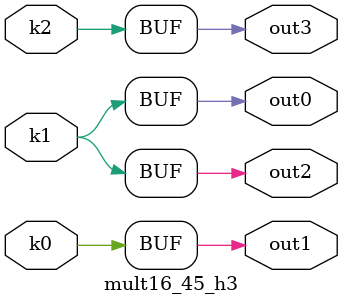
<source format=v>
module mult16_45(pi00, pi01, pi02, pi03, pi04, pi05, pi06, pi07, pi08, pi09, po0, po1, po2, po3);
input pi00, pi01, pi02, pi03, pi04, pi05, pi06, pi07, pi08, pi09;
output po0, po1, po2, po3;
wire k0, k1, k2;
mult16_45_w3 DUT1 (pi00, pi01, pi02, pi03, pi04, pi05, pi06, pi07, pi08, pi09, k0, k1, k2);
mult16_45_h3 DUT2 (k0, k1, k2, po0, po1, po2, po3);
endmodule

module mult16_45_w3(in9, in8, in7, in6, in5, in4, in3, in2, in1, in0, k2, k1, k0);
input in9, in8, in7, in6, in5, in4, in3, in2, in1, in0;
output k2, k1, k0;
assign k0 =   ((~in1 & ~in0) | ((~in5 | ~in7) & (in4 | ~in8 | ~in9))) & (~in1 | ~in0);
assign k1 =   ((~in1 ^ in0) & (in2 ? (((~in9 | ~in8) & ((in7 & in5 & (in6 | ~in3)) | (~in4 & in3 & (~in7 | ~in5)))) | ((~in7 | ~in5) & ((in9 & in8 & (in3 ? in4 : ~in6)) | (~in4 & (in6 ^ ~in3)) | (in4 & ~in6 & in3))) | (in6 & ~in3 & ((in7 & in5) | (in9 & in8 & ~in4)))) : ((in9 & in8 & ((in7 & in5 & (~in6 | in3)) | (~in4 & ~in6 & in3))) | (((in6 & ~in3) | (in4 & (in6 | ~in3))) & (~in7 | ~in5) & (~in9 | ~in8)) | (in4 & in6 & ~in3 & (~in7 | ~in5)) | (~in6 & in3 & in7 & in5)))) | ((in1 ^ in0) & (in2 ? ((in9 & in8 & ((in7 & in5 & (~in6 | in3)) | (~in4 & ~in6 & in3))) | (((in6 & ~in3) | (in4 & (in6 | ~in3))) & (~in7 | ~in5) & (~in9 | ~in8)) | (in4 & in6 & ~in3 & (~in7 | ~in5)) | (~in6 & in3 & in7 & in5)) : (((~in9 | ~in8) & ((in7 & in5 & (in6 | ~in3)) | (~in4 & in3 & (~in7 | ~in5)))) | ((~in7 | ~in5) & ((in9 & in8 & (in3 ? in4 : ~in6)) | (~in4 & (in6 ^ ~in3)) | (in4 & ~in6 & in3))) | (in6 & ~in3 & ((in7 & in5) | (in9 & in8 & ~in4))))));
assign k2 =   ((in6 ^ in3) & ((~in4 & (~in9 | ~in8) & (~in7 | ~in5)) | (in9 & in8 & (in4 | (in7 & in5))))) | ((~in6 ^ in3) & (((~in9 | ~in8) & (in4 | (in7 & in5))) | (in9 & in8 & ~in4 & (~in7 | ~in5))));
endmodule

module mult16_45_h3(k2, k1, k0, out3, out2, out1, out0);
input k2, k1, k0;
output out3, out2, out1, out0;
assign out0 = k1;
assign out1 = k0;
assign out2 = k1;
assign out3 = k2;
endmodule

</source>
